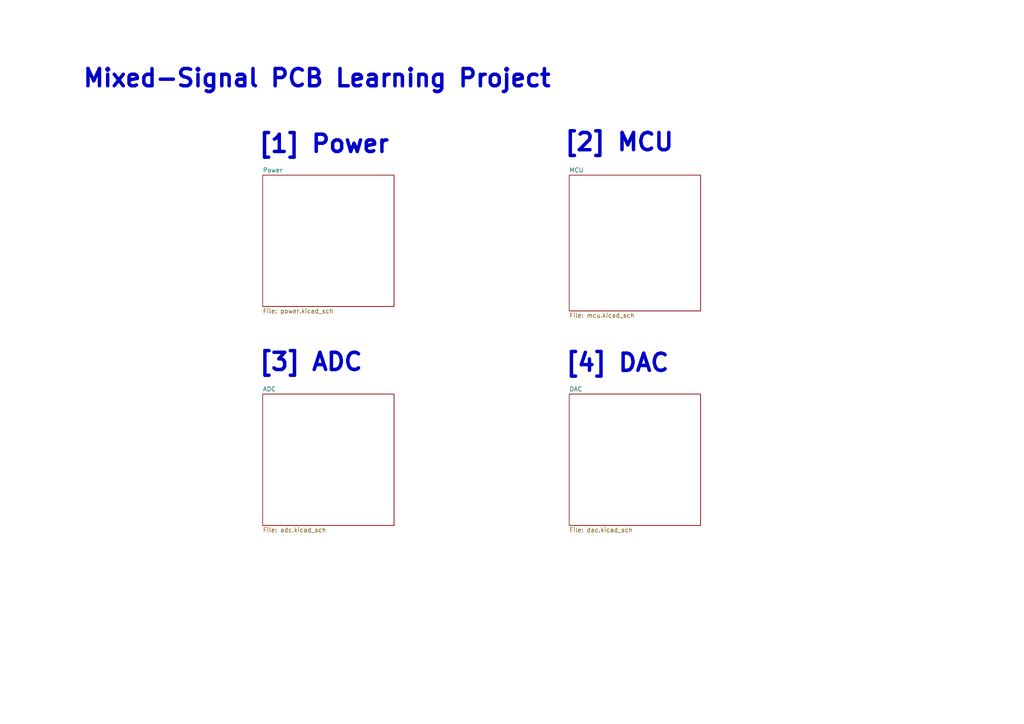
<source format=kicad_sch>
(kicad_sch
	(version 20231120)
	(generator "eeschema")
	(generator_version "8.0")
	(uuid "eba96202-8ea2-41d9-8d7a-700a4166585a")
	(paper "A4")
	(title_block
		(title "Mixed-Signal PCB Learning Project")
		(date "2025-02-11")
		(rev "0.1")
	)
	(lib_symbols)
	(text "[2] MCU"
		(exclude_from_sim no)
		(at 179.578 41.402 0)
		(effects
			(font
				(size 5 5)
				(thickness 1)
				(bold yes)
			)
		)
		(uuid "07894898-caf9-4b4f-ae34-7a3873f0d2ed")
	)
	(text "Mixed-Signal PCB Learning Project"
		(exclude_from_sim no)
		(at 91.948 22.86 0)
		(effects
			(font
				(size 5 5)
				(thickness 1)
				(bold yes)
			)
		)
		(uuid "11491f39-fe8e-48c8-a0f6-ca6e5dbf1e17")
	)
	(text "[4] DAC\n"
		(exclude_from_sim no)
		(at 179.07 105.41 0)
		(effects
			(font
				(size 5 5)
				(thickness 1)
				(bold yes)
			)
		)
		(uuid "32a9ddba-9ce3-4dd1-a848-eb6b014bcc61")
	)
	(text "[3] ADC"
		(exclude_from_sim no)
		(at 90.17 105.156 0)
		(effects
			(font
				(size 5 5)
				(thickness 1)
				(bold yes)
			)
		)
		(uuid "56a24845-d969-478f-afe8-9891b4d68fdd")
	)
	(text "[1] Power"
		(exclude_from_sim no)
		(at 93.98 41.91 0)
		(effects
			(font
				(size 5 5)
				(thickness 1)
				(bold yes)
			)
		)
		(uuid "f686ea2f-add4-4a00-bdb5-3809da3c6492")
	)
	(sheet
		(at 165.1 50.8)
		(size 38.1 39.37)
		(fields_autoplaced yes)
		(stroke
			(width 0.1524)
			(type solid)
		)
		(fill
			(color 0 0 0 0.0000)
		)
		(uuid "4ec37f54-0734-494c-a788-c1e95caf9252")
		(property "Sheetname" "MCU"
			(at 165.1 50.0884 0)
			(effects
				(font
					(size 1.27 1.27)
				)
				(justify left bottom)
			)
		)
		(property "Sheetfile" "mcu.kicad_sch"
			(at 165.1 90.7546 0)
			(effects
				(font
					(size 1.27 1.27)
				)
				(justify left top)
			)
		)
		(instances
			(project "mixed_signal_hardware_design"
				(path "/eba96202-8ea2-41d9-8d7a-700a4166585a"
					(page "3")
				)
			)
		)
	)
	(sheet
		(at 165.1 114.3)
		(size 38.1 38.1)
		(fields_autoplaced yes)
		(stroke
			(width 0.1524)
			(type solid)
		)
		(fill
			(color 0 0 0 0.0000)
		)
		(uuid "93ad4c73-2593-4c99-a0e7-31767c4a73f3")
		(property "Sheetname" "DAC"
			(at 165.1 113.5884 0)
			(effects
				(font
					(size 1.27 1.27)
				)
				(justify left bottom)
			)
		)
		(property "Sheetfile" "dac.kicad_sch"
			(at 165.1 152.9846 0)
			(effects
				(font
					(size 1.27 1.27)
				)
				(justify left top)
			)
		)
		(instances
			(project "mixed_signal_hardware_design"
				(path "/eba96202-8ea2-41d9-8d7a-700a4166585a"
					(page "5")
				)
			)
		)
	)
	(sheet
		(at 76.2 50.8)
		(size 38.1 38.1)
		(fields_autoplaced yes)
		(stroke
			(width 0.1524)
			(type solid)
		)
		(fill
			(color 0 0 0 0.0000)
		)
		(uuid "9e6a3319-b22e-494d-bd14-b1d6263414e0")
		(property "Sheetname" "Power"
			(at 76.2 50.0884 0)
			(effects
				(font
					(size 1.27 1.27)
				)
				(justify left bottom)
			)
		)
		(property "Sheetfile" "power.kicad_sch"
			(at 76.2 89.4846 0)
			(effects
				(font
					(size 1.27 1.27)
				)
				(justify left top)
			)
		)
		(instances
			(project "mixed_signal_hardware_design"
				(path "/eba96202-8ea2-41d9-8d7a-700a4166585a"
					(page "2")
				)
			)
		)
	)
	(sheet
		(at 76.2 114.3)
		(size 38.1 38.1)
		(fields_autoplaced yes)
		(stroke
			(width 0.1524)
			(type solid)
		)
		(fill
			(color 0 0 0 0.0000)
		)
		(uuid "ead48b05-593d-4dd6-bc8d-13621171abc6")
		(property "Sheetname" "ADC"
			(at 76.2 113.5884 0)
			(effects
				(font
					(size 1.27 1.27)
				)
				(justify left bottom)
			)
		)
		(property "Sheetfile" "adc.kicad_sch"
			(at 76.2 152.9846 0)
			(effects
				(font
					(size 1.27 1.27)
				)
				(justify left top)
			)
		)
		(instances
			(project "mixed_signal_hardware_design"
				(path "/eba96202-8ea2-41d9-8d7a-700a4166585a"
					(page "4")
				)
			)
		)
	)
	(sheet_instances
		(path "/"
			(page "1")
		)
	)
)

</source>
